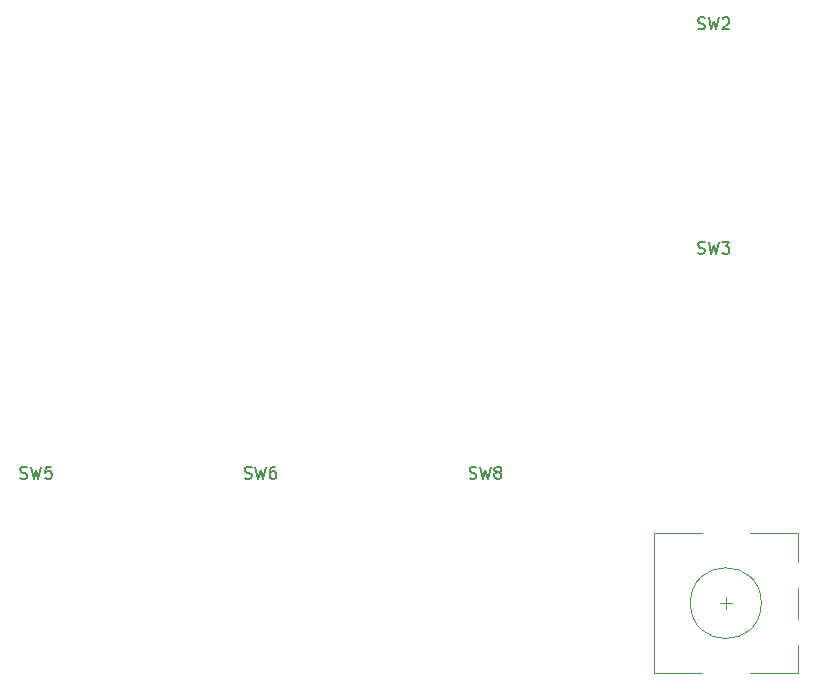
<source format=gbr>
%TF.GenerationSoftware,KiCad,Pcbnew,7.0.2*%
%TF.CreationDate,2024-03-23T03:03:49+01:00*%
%TF.ProjectId,Katkoot,4b61746b-6f6f-4742-9e6b-696361645f70,rev?*%
%TF.SameCoordinates,Original*%
%TF.FileFunction,Legend,Top*%
%TF.FilePolarity,Positive*%
%FSLAX46Y46*%
G04 Gerber Fmt 4.6, Leading zero omitted, Abs format (unit mm)*
G04 Created by KiCad (PCBNEW 7.0.2) date 2024-03-23 03:03:49*
%MOMM*%
%LPD*%
G01*
G04 APERTURE LIST*
%ADD10C,0.150000*%
%ADD11C,0.120000*%
%ADD12C,4.500000*%
%ADD13C,1.701800*%
%ADD14C,3.000000*%
%ADD15C,3.987800*%
%ADD16C,5.000000*%
%ADD17C,2.000000*%
%ADD18R,3.200000X2.000000*%
%ADD19O,2.750000X1.800000*%
%ADD20R,1.400000X1.400000*%
%ADD21C,1.400000*%
G04 APERTURE END LIST*
D10*
%TO.C,*%
%TO.C,SW2*%
X192436667Y-61065000D02*
X192579524Y-61112619D01*
X192579524Y-61112619D02*
X192817619Y-61112619D01*
X192817619Y-61112619D02*
X192912857Y-61065000D01*
X192912857Y-61065000D02*
X192960476Y-61017380D01*
X192960476Y-61017380D02*
X193008095Y-60922142D01*
X193008095Y-60922142D02*
X193008095Y-60826904D01*
X193008095Y-60826904D02*
X192960476Y-60731666D01*
X192960476Y-60731666D02*
X192912857Y-60684047D01*
X192912857Y-60684047D02*
X192817619Y-60636428D01*
X192817619Y-60636428D02*
X192627143Y-60588809D01*
X192627143Y-60588809D02*
X192531905Y-60541190D01*
X192531905Y-60541190D02*
X192484286Y-60493571D01*
X192484286Y-60493571D02*
X192436667Y-60398333D01*
X192436667Y-60398333D02*
X192436667Y-60303095D01*
X192436667Y-60303095D02*
X192484286Y-60207857D01*
X192484286Y-60207857D02*
X192531905Y-60160238D01*
X192531905Y-60160238D02*
X192627143Y-60112619D01*
X192627143Y-60112619D02*
X192865238Y-60112619D01*
X192865238Y-60112619D02*
X193008095Y-60160238D01*
X193341429Y-60112619D02*
X193579524Y-61112619D01*
X193579524Y-61112619D02*
X193770000Y-60398333D01*
X193770000Y-60398333D02*
X193960476Y-61112619D01*
X193960476Y-61112619D02*
X194198572Y-60112619D01*
X194531905Y-60207857D02*
X194579524Y-60160238D01*
X194579524Y-60160238D02*
X194674762Y-60112619D01*
X194674762Y-60112619D02*
X194912857Y-60112619D01*
X194912857Y-60112619D02*
X195008095Y-60160238D01*
X195008095Y-60160238D02*
X195055714Y-60207857D01*
X195055714Y-60207857D02*
X195103333Y-60303095D01*
X195103333Y-60303095D02*
X195103333Y-60398333D01*
X195103333Y-60398333D02*
X195055714Y-60541190D01*
X195055714Y-60541190D02*
X194484286Y-61112619D01*
X194484286Y-61112619D02*
X195103333Y-61112619D01*
%TO.C,SW6*%
X154066667Y-99115000D02*
X154209524Y-99162619D01*
X154209524Y-99162619D02*
X154447619Y-99162619D01*
X154447619Y-99162619D02*
X154542857Y-99115000D01*
X154542857Y-99115000D02*
X154590476Y-99067380D01*
X154590476Y-99067380D02*
X154638095Y-98972142D01*
X154638095Y-98972142D02*
X154638095Y-98876904D01*
X154638095Y-98876904D02*
X154590476Y-98781666D01*
X154590476Y-98781666D02*
X154542857Y-98734047D01*
X154542857Y-98734047D02*
X154447619Y-98686428D01*
X154447619Y-98686428D02*
X154257143Y-98638809D01*
X154257143Y-98638809D02*
X154161905Y-98591190D01*
X154161905Y-98591190D02*
X154114286Y-98543571D01*
X154114286Y-98543571D02*
X154066667Y-98448333D01*
X154066667Y-98448333D02*
X154066667Y-98353095D01*
X154066667Y-98353095D02*
X154114286Y-98257857D01*
X154114286Y-98257857D02*
X154161905Y-98210238D01*
X154161905Y-98210238D02*
X154257143Y-98162619D01*
X154257143Y-98162619D02*
X154495238Y-98162619D01*
X154495238Y-98162619D02*
X154638095Y-98210238D01*
X154971429Y-98162619D02*
X155209524Y-99162619D01*
X155209524Y-99162619D02*
X155400000Y-98448333D01*
X155400000Y-98448333D02*
X155590476Y-99162619D01*
X155590476Y-99162619D02*
X155828572Y-98162619D01*
X156638095Y-98162619D02*
X156447619Y-98162619D01*
X156447619Y-98162619D02*
X156352381Y-98210238D01*
X156352381Y-98210238D02*
X156304762Y-98257857D01*
X156304762Y-98257857D02*
X156209524Y-98400714D01*
X156209524Y-98400714D02*
X156161905Y-98591190D01*
X156161905Y-98591190D02*
X156161905Y-98972142D01*
X156161905Y-98972142D02*
X156209524Y-99067380D01*
X156209524Y-99067380D02*
X156257143Y-99115000D01*
X156257143Y-99115000D02*
X156352381Y-99162619D01*
X156352381Y-99162619D02*
X156542857Y-99162619D01*
X156542857Y-99162619D02*
X156638095Y-99115000D01*
X156638095Y-99115000D02*
X156685714Y-99067380D01*
X156685714Y-99067380D02*
X156733333Y-98972142D01*
X156733333Y-98972142D02*
X156733333Y-98734047D01*
X156733333Y-98734047D02*
X156685714Y-98638809D01*
X156685714Y-98638809D02*
X156638095Y-98591190D01*
X156638095Y-98591190D02*
X156542857Y-98543571D01*
X156542857Y-98543571D02*
X156352381Y-98543571D01*
X156352381Y-98543571D02*
X156257143Y-98591190D01*
X156257143Y-98591190D02*
X156209524Y-98638809D01*
X156209524Y-98638809D02*
X156161905Y-98734047D01*
%TO.C,SW8*%
X173111667Y-99115000D02*
X173254524Y-99162619D01*
X173254524Y-99162619D02*
X173492619Y-99162619D01*
X173492619Y-99162619D02*
X173587857Y-99115000D01*
X173587857Y-99115000D02*
X173635476Y-99067380D01*
X173635476Y-99067380D02*
X173683095Y-98972142D01*
X173683095Y-98972142D02*
X173683095Y-98876904D01*
X173683095Y-98876904D02*
X173635476Y-98781666D01*
X173635476Y-98781666D02*
X173587857Y-98734047D01*
X173587857Y-98734047D02*
X173492619Y-98686428D01*
X173492619Y-98686428D02*
X173302143Y-98638809D01*
X173302143Y-98638809D02*
X173206905Y-98591190D01*
X173206905Y-98591190D02*
X173159286Y-98543571D01*
X173159286Y-98543571D02*
X173111667Y-98448333D01*
X173111667Y-98448333D02*
X173111667Y-98353095D01*
X173111667Y-98353095D02*
X173159286Y-98257857D01*
X173159286Y-98257857D02*
X173206905Y-98210238D01*
X173206905Y-98210238D02*
X173302143Y-98162619D01*
X173302143Y-98162619D02*
X173540238Y-98162619D01*
X173540238Y-98162619D02*
X173683095Y-98210238D01*
X174016429Y-98162619D02*
X174254524Y-99162619D01*
X174254524Y-99162619D02*
X174445000Y-98448333D01*
X174445000Y-98448333D02*
X174635476Y-99162619D01*
X174635476Y-99162619D02*
X174873572Y-98162619D01*
X175397381Y-98591190D02*
X175302143Y-98543571D01*
X175302143Y-98543571D02*
X175254524Y-98495952D01*
X175254524Y-98495952D02*
X175206905Y-98400714D01*
X175206905Y-98400714D02*
X175206905Y-98353095D01*
X175206905Y-98353095D02*
X175254524Y-98257857D01*
X175254524Y-98257857D02*
X175302143Y-98210238D01*
X175302143Y-98210238D02*
X175397381Y-98162619D01*
X175397381Y-98162619D02*
X175587857Y-98162619D01*
X175587857Y-98162619D02*
X175683095Y-98210238D01*
X175683095Y-98210238D02*
X175730714Y-98257857D01*
X175730714Y-98257857D02*
X175778333Y-98353095D01*
X175778333Y-98353095D02*
X175778333Y-98400714D01*
X175778333Y-98400714D02*
X175730714Y-98495952D01*
X175730714Y-98495952D02*
X175683095Y-98543571D01*
X175683095Y-98543571D02*
X175587857Y-98591190D01*
X175587857Y-98591190D02*
X175397381Y-98591190D01*
X175397381Y-98591190D02*
X175302143Y-98638809D01*
X175302143Y-98638809D02*
X175254524Y-98686428D01*
X175254524Y-98686428D02*
X175206905Y-98781666D01*
X175206905Y-98781666D02*
X175206905Y-98972142D01*
X175206905Y-98972142D02*
X175254524Y-99067380D01*
X175254524Y-99067380D02*
X175302143Y-99115000D01*
X175302143Y-99115000D02*
X175397381Y-99162619D01*
X175397381Y-99162619D02*
X175587857Y-99162619D01*
X175587857Y-99162619D02*
X175683095Y-99115000D01*
X175683095Y-99115000D02*
X175730714Y-99067380D01*
X175730714Y-99067380D02*
X175778333Y-98972142D01*
X175778333Y-98972142D02*
X175778333Y-98781666D01*
X175778333Y-98781666D02*
X175730714Y-98686428D01*
X175730714Y-98686428D02*
X175683095Y-98638809D01*
X175683095Y-98638809D02*
X175587857Y-98591190D01*
%TO.C,SW5*%
X135066667Y-99115000D02*
X135209524Y-99162619D01*
X135209524Y-99162619D02*
X135447619Y-99162619D01*
X135447619Y-99162619D02*
X135542857Y-99115000D01*
X135542857Y-99115000D02*
X135590476Y-99067380D01*
X135590476Y-99067380D02*
X135638095Y-98972142D01*
X135638095Y-98972142D02*
X135638095Y-98876904D01*
X135638095Y-98876904D02*
X135590476Y-98781666D01*
X135590476Y-98781666D02*
X135542857Y-98734047D01*
X135542857Y-98734047D02*
X135447619Y-98686428D01*
X135447619Y-98686428D02*
X135257143Y-98638809D01*
X135257143Y-98638809D02*
X135161905Y-98591190D01*
X135161905Y-98591190D02*
X135114286Y-98543571D01*
X135114286Y-98543571D02*
X135066667Y-98448333D01*
X135066667Y-98448333D02*
X135066667Y-98353095D01*
X135066667Y-98353095D02*
X135114286Y-98257857D01*
X135114286Y-98257857D02*
X135161905Y-98210238D01*
X135161905Y-98210238D02*
X135257143Y-98162619D01*
X135257143Y-98162619D02*
X135495238Y-98162619D01*
X135495238Y-98162619D02*
X135638095Y-98210238D01*
X135971429Y-98162619D02*
X136209524Y-99162619D01*
X136209524Y-99162619D02*
X136400000Y-98448333D01*
X136400000Y-98448333D02*
X136590476Y-99162619D01*
X136590476Y-99162619D02*
X136828572Y-98162619D01*
X137685714Y-98162619D02*
X137209524Y-98162619D01*
X137209524Y-98162619D02*
X137161905Y-98638809D01*
X137161905Y-98638809D02*
X137209524Y-98591190D01*
X137209524Y-98591190D02*
X137304762Y-98543571D01*
X137304762Y-98543571D02*
X137542857Y-98543571D01*
X137542857Y-98543571D02*
X137638095Y-98591190D01*
X137638095Y-98591190D02*
X137685714Y-98638809D01*
X137685714Y-98638809D02*
X137733333Y-98734047D01*
X137733333Y-98734047D02*
X137733333Y-98972142D01*
X137733333Y-98972142D02*
X137685714Y-99067380D01*
X137685714Y-99067380D02*
X137638095Y-99115000D01*
X137638095Y-99115000D02*
X137542857Y-99162619D01*
X137542857Y-99162619D02*
X137304762Y-99162619D01*
X137304762Y-99162619D02*
X137209524Y-99115000D01*
X137209524Y-99115000D02*
X137161905Y-99067380D01*
%TO.C,*%
%TO.C,SW3*%
X192436667Y-80065000D02*
X192579524Y-80112619D01*
X192579524Y-80112619D02*
X192817619Y-80112619D01*
X192817619Y-80112619D02*
X192912857Y-80065000D01*
X192912857Y-80065000D02*
X192960476Y-80017380D01*
X192960476Y-80017380D02*
X193008095Y-79922142D01*
X193008095Y-79922142D02*
X193008095Y-79826904D01*
X193008095Y-79826904D02*
X192960476Y-79731666D01*
X192960476Y-79731666D02*
X192912857Y-79684047D01*
X192912857Y-79684047D02*
X192817619Y-79636428D01*
X192817619Y-79636428D02*
X192627143Y-79588809D01*
X192627143Y-79588809D02*
X192531905Y-79541190D01*
X192531905Y-79541190D02*
X192484286Y-79493571D01*
X192484286Y-79493571D02*
X192436667Y-79398333D01*
X192436667Y-79398333D02*
X192436667Y-79303095D01*
X192436667Y-79303095D02*
X192484286Y-79207857D01*
X192484286Y-79207857D02*
X192531905Y-79160238D01*
X192531905Y-79160238D02*
X192627143Y-79112619D01*
X192627143Y-79112619D02*
X192865238Y-79112619D01*
X192865238Y-79112619D02*
X193008095Y-79160238D01*
X193341429Y-79112619D02*
X193579524Y-80112619D01*
X193579524Y-80112619D02*
X193770000Y-79398333D01*
X193770000Y-79398333D02*
X193960476Y-80112619D01*
X193960476Y-80112619D02*
X194198572Y-79112619D01*
X194484286Y-79112619D02*
X195103333Y-79112619D01*
X195103333Y-79112619D02*
X194770000Y-79493571D01*
X194770000Y-79493571D02*
X194912857Y-79493571D01*
X194912857Y-79493571D02*
X195008095Y-79541190D01*
X195008095Y-79541190D02*
X195055714Y-79588809D01*
X195055714Y-79588809D02*
X195103333Y-79684047D01*
X195103333Y-79684047D02*
X195103333Y-79922142D01*
X195103333Y-79922142D02*
X195055714Y-80017380D01*
X195055714Y-80017380D02*
X195008095Y-80065000D01*
X195008095Y-80065000D02*
X194912857Y-80112619D01*
X194912857Y-80112619D02*
X194627143Y-80112619D01*
X194627143Y-80112619D02*
X194531905Y-80065000D01*
X194531905Y-80065000D02*
X194484286Y-80017380D01*
%TO.C,*%
D11*
%TO.C,SW1*%
X188700000Y-103800000D02*
X188700000Y-115600000D01*
X192800000Y-103800000D02*
X188700000Y-103800000D01*
X192800000Y-115600000D02*
X188700000Y-115600000D01*
X194300000Y-109700000D02*
X195300000Y-109700000D01*
X194800000Y-109200000D02*
X194800000Y-110200000D01*
X196800000Y-103800000D02*
X200900000Y-103800000D01*
X200900000Y-103800000D02*
X200900000Y-106200000D01*
X200900000Y-108400000D02*
X200900000Y-111000000D01*
X200900000Y-113200000D02*
X200900000Y-115600000D01*
X200900000Y-115600000D02*
X196800000Y-115600000D01*
X197800000Y-109700000D02*
G75*
G03*
X197800000Y-109700000I-3000000J0D01*
G01*
%TD*%
%LPC*%
D12*
%TO.C,*%
X129300000Y-52300000D03*
%TD*%
D13*
%TO.C,SW2*%
X188170000Y-69150000D03*
X188590000Y-69150000D03*
D14*
X188670000Y-72900000D03*
X188670000Y-72950000D03*
X189270000Y-73850000D03*
X191130000Y-74230000D03*
D15*
X193670000Y-69150000D03*
D16*
X193670000Y-69150000D03*
D14*
X193670000Y-75050000D03*
X196270000Y-74900000D03*
X197480000Y-71690000D03*
D13*
X198750000Y-69150000D03*
X199170000Y-69150000D03*
%TD*%
D17*
%TO.C,SW1*%
X187300000Y-107200000D03*
X187300000Y-112200000D03*
X187300000Y-109700000D03*
D18*
X194800000Y-104100000D03*
X194800000Y-115300000D03*
D17*
X201800000Y-112200000D03*
X201800000Y-107200000D03*
%TD*%
D13*
%TO.C,SW6*%
X149800000Y-107200000D03*
X150220000Y-107200000D03*
D14*
X150300000Y-110950000D03*
X150300000Y-111000000D03*
X150900000Y-111900000D03*
X152760000Y-112280000D03*
D15*
X155300000Y-107200000D03*
D16*
X155300000Y-107200000D03*
D14*
X155300000Y-113100000D03*
X157900000Y-112950000D03*
X159110000Y-109740000D03*
D13*
X160380000Y-107200000D03*
X160800000Y-107200000D03*
%TD*%
%TO.C,SW8*%
X168845000Y-107200000D03*
X169265000Y-107200000D03*
D14*
X169345000Y-110950000D03*
X169345000Y-111000000D03*
X169945000Y-111900000D03*
X171805000Y-112280000D03*
D15*
X174345000Y-107200000D03*
D16*
X174345000Y-107200000D03*
D14*
X174345000Y-113100000D03*
X176945000Y-112950000D03*
X178155000Y-109740000D03*
D13*
X179425000Y-107200000D03*
X179845000Y-107200000D03*
%TD*%
%TO.C,SW5*%
X130800000Y-107200000D03*
X131220000Y-107200000D03*
D14*
X131300000Y-110950000D03*
X131300000Y-111000000D03*
X131900000Y-111900000D03*
X133760000Y-112280000D03*
D15*
X136300000Y-107200000D03*
D16*
X136300000Y-107200000D03*
D14*
X136300000Y-113100000D03*
X138900000Y-112950000D03*
X140110000Y-109740000D03*
D13*
X141380000Y-107200000D03*
X141800000Y-107200000D03*
%TD*%
D12*
%TO.C,*%
X159150000Y-72850000D03*
%TD*%
%TO.C,*%
X129550000Y-100150000D03*
%TD*%
%TO.C,*%
X179250000Y-39150000D03*
%TD*%
D13*
%TO.C,SW3*%
X188170000Y-88150000D03*
X188590000Y-88150000D03*
D14*
X188670000Y-91900000D03*
X188670000Y-91950000D03*
X189270000Y-92850000D03*
X191130000Y-93230000D03*
D15*
X193670000Y-88150000D03*
D16*
X193670000Y-88150000D03*
D14*
X193670000Y-94050000D03*
X196270000Y-93900000D03*
X197480000Y-90690000D03*
D13*
X198750000Y-88150000D03*
X199170000Y-88150000D03*
%TD*%
D19*
%TO.C,U3*%
X184755000Y-37780000D03*
X184755000Y-40320000D03*
X184755000Y-42860000D03*
X184755000Y-45400000D03*
X184755000Y-47940000D03*
X184755000Y-50480000D03*
X184755000Y-53020000D03*
X200945000Y-53020000D03*
X200945000Y-50480000D03*
X200945000Y-47940000D03*
X200945000Y-45400000D03*
X200945000Y-42860000D03*
X200945000Y-40320000D03*
X200945000Y-37780000D03*
%TD*%
D12*
%TO.C,*%
X197000000Y-99750000D03*
%TD*%
D20*
%TO.C,U2*%
X144400000Y-55450000D03*
D21*
X144400000Y-57230000D03*
X144400000Y-59010000D03*
X144400000Y-60790000D03*
X144400000Y-62570000D03*
X144400000Y-64350000D03*
X144400000Y-66130000D03*
X144400000Y-67910000D03*
X133700000Y-68800000D03*
X133700000Y-67020000D03*
X133700000Y-65240000D03*
X133700000Y-63460000D03*
X133700000Y-61680000D03*
X133700000Y-59900000D03*
X133700000Y-58120000D03*
X133700000Y-56340000D03*
%TD*%
%LPD*%
M02*

</source>
